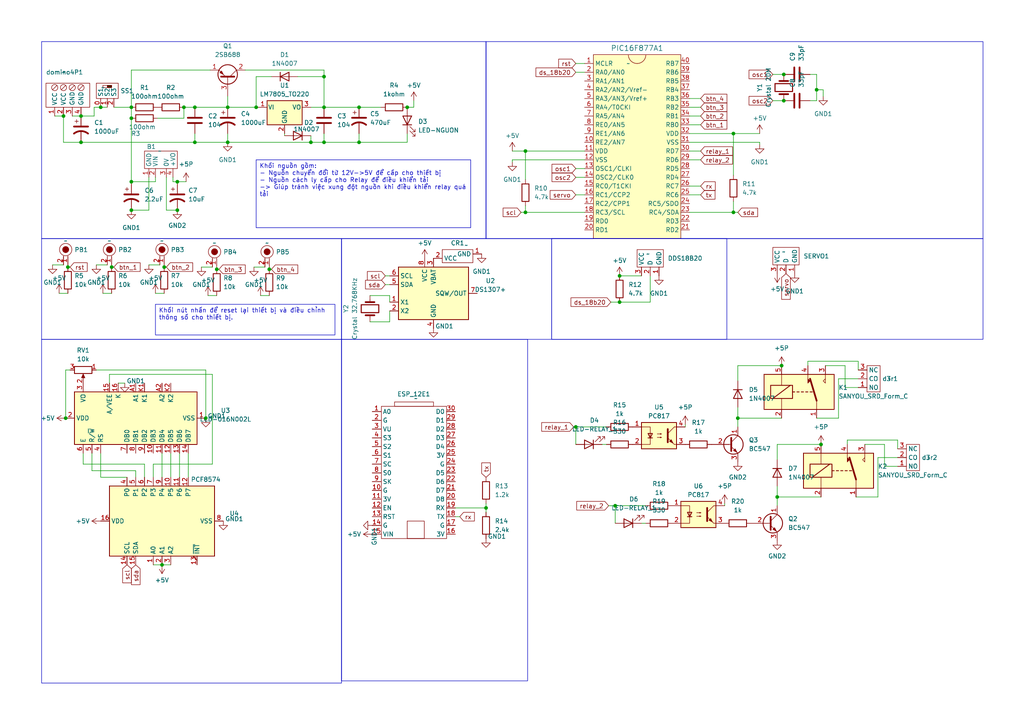
<source format=kicad_sch>
(kicad_sch (version 20230121) (generator eeschema)
  (paper "A4")
  (junction (at 53.34 31.115))
  (junction (at 66.04 41.275))
  (junction (at 56.515 31.115))
  (junction (at 118.11 31.115))
  (junction (at 227.33 21.59))
  (junction (at 93.98 22.225))
  (junction (at 238.125 128.905))
  (junction (at 104.14 31.115))
  (junction (at 32.385 77.47))
  (junction (at 152.4 43.815))
  (junction (at 236.855 26.035))
  (junction (at 93.98 31.115))
  (junction (at 38.1 52.705))
  (junction (at 59.69 121.285))
  (junction (at 227.33 29.21))
  (junction (at 19.05 121.285))
  (junction (at 213.995 121.285))
  (junction (at 38.1 34.29))
  (junction (at 179.705 87.63))
  (junction (at 74.295 31.115))
  (junction (at 18.415 33.655))
  (junction (at 178.435 146.685))
  (junction (at 29.21 31.115))
  (junction (at 140.97 147.32))
  (junction (at 78.105 78.105))
  (junction (at 93.98 41.275))
  (junction (at 90.17 41.275))
  (junction (at 66.04 31.115))
  (junction (at 23.495 33.655))
  (junction (at 51.435 52.705))
  (junction (at 152.4 61.595))
  (junction (at 225.425 144.145))
  (junction (at 23.495 41.275))
  (junction (at 179.705 80.01))
  (junction (at 167.005 123.825))
  (junction (at 226.695 106.045))
  (junction (at 38.1 60.96))
  (junction (at 51.435 60.96))
  (junction (at 46.99 163.83))
  (junction (at 56.515 41.275))
  (junction (at 19.685 77.47))
  (junction (at 47.625 77.47))
  (junction (at 62.865 78.105))
  (junction (at 212.725 61.595))
  (junction (at 38.1 31.115))
  (junction (at 104.14 41.275))
  (junction (at 212.725 38.735))
  (wire (pts (xy 33.02 31.115) (xy 38.1 31.115)))
  (wire (pts (xy 58.42 77.47) (xy 61.595 77.47)))
  (wire (pts (xy 140.97 146.05) (xy 140.97 147.32)))
  (wire (pts (xy 90.17 41.275) (xy 93.98 41.275)))
  (wire (pts (xy 213.995 106.045) (xy 213.995 110.49)))
  (wire (pts (xy 245.11 112.395) (xy 248.92 112.395)))
  (wire (pts (xy 62.865 78.105) (xy 63.5 78.105)))
  (wire (pts (xy 66.04 41.275) (xy 90.17 41.275)))
  (wire (pts (xy 50.165 52.705) (xy 51.435 52.705)))
  (wire (pts (xy 256.54 128.905) (xy 256.54 135.255)))
  (wire (pts (xy 46.99 131.445) (xy 46.99 138.43)))
  (wire (pts (xy 203.2 43.815) (xy 200.025 43.815)))
  (wire (pts (xy 200.025 31.115) (xy 203.2 31.115)))
  (wire (pts (xy 177.165 87.63) (xy 179.705 87.63)))
  (wire (pts (xy 43.18 60.96) (xy 38.1 60.96)))
  (wire (pts (xy 49.53 131.445) (xy 49.53 138.43)))
  (wire (pts (xy 167.005 20.955) (xy 169.545 20.955)))
  (wire (pts (xy 78.105 78.105) (xy 78.74 78.105)))
  (wire (pts (xy 38.1 20.32) (xy 38.1 31.115)))
  (wire (pts (xy 200.025 36.195) (xy 203.2 36.195)))
  (wire (pts (xy 41.91 134.62) (xy 24.13 134.62)))
  (wire (pts (xy 151.13 61.595) (xy 152.4 61.595)))
  (wire (pts (xy 73.66 77.47) (xy 76.835 77.47)))
  (wire (pts (xy 152.4 43.815) (xy 152.4 52.07)))
  (wire (pts (xy 19.685 77.47) (xy 20.32 77.47)))
  (wire (pts (xy 53.34 34.29) (xy 53.34 31.115)))
  (wire (pts (xy 188.595 80.01) (xy 188.595 87.63)))
  (wire (pts (xy 234.95 21.59) (xy 236.855 21.59)))
  (wire (pts (xy 148.59 43.815) (xy 152.4 43.815)))
  (wire (pts (xy 93.98 22.225) (xy 93.98 31.115)))
  (wire (pts (xy 53.975 52.705) (xy 51.435 52.705)))
  (wire (pts (xy 47.625 77.47) (xy 48.26 77.47)))
  (wire (pts (xy 178.435 151.765) (xy 178.435 146.685)))
  (wire (pts (xy 152.4 43.815) (xy 169.545 43.815)))
  (wire (pts (xy 113.03 90.17) (xy 113.03 93.345)))
  (wire (pts (xy 32.385 77.47) (xy 33.02 77.47)))
  (wire (pts (xy 54.61 131.445) (xy 54.61 138.43)))
  (wire (pts (xy 238.76 26.035) (xy 236.855 26.035)))
  (wire (pts (xy 178.435 146.685) (xy 187.325 146.685)))
  (wire (pts (xy 53.34 31.115) (xy 56.515 31.115)))
  (wire (pts (xy 198.755 123.19) (xy 198.755 123.825)))
  (wire (pts (xy 213.995 121.285) (xy 213.995 118.11)))
  (wire (pts (xy 188.595 87.63) (xy 179.705 87.63)))
  (wire (pts (xy 60.325 85.725) (xy 62.865 85.725)))
  (wire (pts (xy 245.11 106.045) (xy 245.11 112.395)))
  (wire (pts (xy 93.98 38.735) (xy 93.98 41.275)))
  (wire (pts (xy 71.12 20.32) (xy 93.98 20.32)))
  (wire (pts (xy 213.995 121.285) (xy 213.995 123.825)))
  (wire (pts (xy 226.695 121.285) (xy 213.995 121.285)))
  (wire (pts (xy 200.025 41.275) (xy 220.345 41.275)))
  (wire (pts (xy 66.04 27.94) (xy 66.04 31.115)))
  (wire (pts (xy 226.695 106.045) (xy 213.995 106.045)))
  (wire (pts (xy 36.83 138.43) (xy 29.21 138.43)))
  (wire (pts (xy 238.76 27.94) (xy 238.76 26.035)))
  (wire (pts (xy 82.55 38.735) (xy 82.55 39.37)))
  (wire (pts (xy 60.96 20.32) (xy 38.1 20.32)))
  (wire (pts (xy 20.32 107.315) (xy 19.05 107.315)))
  (wire (pts (xy 66.04 31.115) (xy 74.295 31.115)))
  (wire (pts (xy 48.26 60.96) (xy 51.435 60.96)))
  (wire (pts (xy 212.725 38.735) (xy 212.725 50.8)))
  (wire (pts (xy 56.515 38.735) (xy 56.515 41.275)))
  (wire (pts (xy 243.205 109.855) (xy 243.205 121.285)))
  (wire (pts (xy 38.1 34.29) (xy 38.1 52.705)))
  (wire (pts (xy 47.625 77.47) (xy 47.625 76.835)))
  (wire (pts (xy 245.745 128.905) (xy 245.745 127.635)))
  (wire (pts (xy 212.725 61.595) (xy 213.995 61.595)))
  (wire (pts (xy 236.855 26.035) (xy 236.855 29.21)))
  (wire (pts (xy 90.17 31.115) (xy 93.98 31.115)))
  (wire (pts (xy 23.495 41.275) (xy 56.515 41.275)))
  (wire (pts (xy 43.18 76.835) (xy 46.355 76.835)))
  (wire (pts (xy 200.025 38.735) (xy 212.725 38.735)))
  (wire (pts (xy 19.685 77.47) (xy 19.685 76.835)))
  (wire (pts (xy 260.35 127.635) (xy 260.35 130.175)))
  (wire (pts (xy 200.025 28.575) (xy 203.2 28.575)))
  (wire (pts (xy 44.45 163.83) (xy 46.99 163.83)))
  (wire (pts (xy 148.59 46.355) (xy 148.59 46.99)))
  (wire (pts (xy 45.72 34.29) (xy 53.34 34.29)))
  (wire (pts (xy 44.45 134.62) (xy 61.595 134.62)))
  (wire (pts (xy 51.435 52.705) (xy 51.435 53.34)))
  (wire (pts (xy 27.94 107.315) (xy 59.69 107.315)))
  (wire (pts (xy 210.185 146.05) (xy 210.185 146.685)))
  (wire (pts (xy 118.11 41.275) (xy 104.14 41.275)))
  (wire (pts (xy 239.395 106.045) (xy 245.11 106.045)))
  (wire (pts (xy 20.955 33.655) (xy 23.495 33.655)))
  (wire (pts (xy 27.94 76.835) (xy 31.115 76.835)))
  (wire (pts (xy 256.54 135.255) (xy 260.35 135.255)))
  (wire (pts (xy 45.085 52.705) (xy 38.1 52.705)))
  (wire (pts (xy 118.11 38.735) (xy 118.11 41.275)))
  (wire (pts (xy 200.025 61.595) (xy 212.725 61.595)))
  (wire (pts (xy 133.35 149.86) (xy 132.08 149.86)))
  (wire (pts (xy 236.855 21.59) (xy 236.855 26.035)))
  (wire (pts (xy 78.105 78.105) (xy 78.105 77.47)))
  (wire (pts (xy 104.14 31.115) (xy 110.49 31.115)))
  (wire (pts (xy 39.37 138.43) (xy 39.37 136.525)))
  (wire (pts (xy 29.845 85.09) (xy 32.385 85.09)))
  (wire (pts (xy 74.295 31.115) (xy 74.93 31.115)))
  (wire (pts (xy 167.005 56.515) (xy 169.545 56.515)))
  (wire (pts (xy 169.545 46.355) (xy 148.59 46.355)))
  (wire (pts (xy 200.025 56.515) (xy 203.2 56.515)))
  (wire (pts (xy 43.18 51.435) (xy 43.18 60.96)))
  (wire (pts (xy 248.92 104.775) (xy 248.92 107.315)))
  (wire (pts (xy 78.74 22.225) (xy 74.295 22.225)))
  (wire (pts (xy 167.005 48.895) (xy 169.545 48.895)))
  (wire (pts (xy 50.165 52.705) (xy 50.165 51.435)))
  (wire (pts (xy 19.05 107.315) (xy 19.05 121.285)))
  (wire (pts (xy 59.69 107.315) (xy 59.69 121.285)))
  (wire (pts (xy 75.565 85.725) (xy 78.105 85.725)))
  (wire (pts (xy 15.875 33.655) (xy 18.415 33.655)))
  (wire (pts (xy 254.635 132.715) (xy 254.635 144.145)))
  (wire (pts (xy 23.495 33.655) (xy 27.305 33.655)))
  (wire (pts (xy 176.53 146.685) (xy 178.435 146.685)))
  (wire (pts (xy 224.155 21.59) (xy 227.33 21.59)))
  (wire (pts (xy 62.865 78.105) (xy 62.865 77.47)))
  (wire (pts (xy 248.285 144.145) (xy 254.635 144.145)))
  (wire (pts (xy 38.1 31.115) (xy 38.1 34.29)))
  (wire (pts (xy 29.21 31.115) (xy 31.115 31.115)))
  (wire (pts (xy 66.04 41.275) (xy 56.515 41.275)))
  (wire (pts (xy 167.005 18.415) (xy 169.545 18.415)))
  (wire (pts (xy 225.425 128.905) (xy 225.425 133.35)))
  (wire (pts (xy 26.67 131.445) (xy 26.67 136.525)))
  (wire (pts (xy 167.005 128.905) (xy 167.005 123.825)))
  (wire (pts (xy 200.025 33.655) (xy 203.2 33.655)))
  (wire (pts (xy 61.595 108.585) (xy 61.595 134.62)))
  (wire (pts (xy 27.305 33.655) (xy 27.305 31.115)))
  (wire (pts (xy 234.315 106.045) (xy 234.315 104.775)))
  (wire (pts (xy 113.03 87.63) (xy 113.03 85.725)))
  (wire (pts (xy 225.425 144.145) (xy 225.425 140.97)))
  (wire (pts (xy 166.37 123.825) (xy 167.005 123.825)))
  (wire (pts (xy 27.305 31.115) (xy 29.21 31.115)))
  (wire (pts (xy 212.725 58.42) (xy 212.725 61.595)))
  (wire (pts (xy 24.13 134.62) (xy 24.13 131.445)))
  (wire (pts (xy 220.345 41.275) (xy 220.345 41.91)))
  (wire (pts (xy 45.085 51.435) (xy 45.085 52.705)))
  (wire (pts (xy 41.91 138.43) (xy 41.91 134.62)))
  (wire (pts (xy 48.26 51.435) (xy 48.26 60.96)))
  (wire (pts (xy 238.125 128.905) (xy 225.425 128.905)))
  (wire (pts (xy 212.725 38.735) (xy 220.345 38.735)))
  (wire (pts (xy 39.37 136.525) (xy 26.67 136.525)))
  (wire (pts (xy 152.4 59.69) (xy 152.4 61.595)))
  (wire (pts (xy 203.2 46.355) (xy 200.025 46.355)))
  (wire (pts (xy 93.98 41.275) (xy 104.14 41.275)))
  (wire (pts (xy 140.97 147.32) (xy 140.97 148.59)))
  (wire (pts (xy 29.21 138.43) (xy 29.21 131.445)))
  (wire (pts (xy 66.04 38.735) (xy 66.04 41.275)))
  (wire (pts (xy 56.515 31.115) (xy 66.04 31.115)))
  (wire (pts (xy 61.595 108.585) (xy 31.75 108.585)))
  (wire (pts (xy 32.385 77.47) (xy 32.385 76.835)))
  (wire (pts (xy 18.415 41.275) (xy 23.495 41.275)))
  (wire (pts (xy 225.425 144.145) (xy 225.425 146.685)))
  (wire (pts (xy 17.145 85.09) (xy 19.685 85.09)))
  (wire (pts (xy 46.99 163.83) (xy 49.53 163.83)))
  (wire (pts (xy 234.95 29.21) (xy 236.855 29.21)))
  (wire (pts (xy 44.45 138.43) (xy 44.45 134.62)))
  (wire (pts (xy 34.29 111.125) (xy 36.195 111.125)))
  (wire (pts (xy 93.98 31.115) (xy 104.14 31.115)))
  (wire (pts (xy 107.315 85.725) (xy 113.03 85.725)))
  (wire (pts (xy 52.07 131.445) (xy 52.07 138.43)))
  (wire (pts (xy 120.015 31.115) (xy 118.11 31.115)))
  (wire (pts (xy 245.745 127.635) (xy 260.35 127.635)))
  (wire (pts (xy 93.98 20.32) (xy 93.98 22.225)))
  (wire (pts (xy 224.155 29.21) (xy 227.33 29.21)))
  (wire (pts (xy 243.205 109.855) (xy 248.92 109.855)))
  (wire (pts (xy 236.855 121.285) (xy 243.205 121.285)))
  (wire (pts (xy 45.085 85.09) (xy 47.625 85.09)))
  (wire (pts (xy 167.005 123.825) (xy 175.895 123.825)))
  (wire (pts (xy 15.24 76.835) (xy 18.415 76.835)))
  (wire (pts (xy 186.055 80.01) (xy 179.705 80.01)))
  (wire (pts (xy 38.1 52.705) (xy 38.1 53.34)))
  (wire (pts (xy 74.295 22.225) (xy 74.295 31.115)))
  (wire (pts (xy 111.76 82.55) (xy 113.03 82.55)))
  (wire (pts (xy 86.36 22.225) (xy 93.98 22.225)))
  (wire (pts (xy 107.315 93.345) (xy 113.03 93.345)))
  (wire (pts (xy 254.635 132.715) (xy 260.35 132.715)))
  (wire (pts (xy 31.75 108.585) (xy 31.75 111.125)))
  (wire (pts (xy 90.17 39.37) (xy 90.17 41.275)))
  (wire (pts (xy 18.415 33.655) (xy 18.415 41.275)))
  (wire (pts (xy 238.125 144.145) (xy 225.425 144.145)))
  (wire (pts (xy 186.055 151.765) (xy 187.325 151.765)))
  (wire (pts (xy 120.015 29.21) (xy 120.015 31.115)))
  (wire (pts (xy 152.4 61.595) (xy 169.545 61.595)))
  (wire (pts (xy 174.625 128.905) (xy 175.895 128.905)))
  (wire (pts (xy 104.14 38.735) (xy 104.14 41.275)))
  (wire (pts (xy 132.08 147.32) (xy 140.97 147.32)))
  (wire (pts (xy 234.315 104.775) (xy 248.92 104.775)))
  (wire (pts (xy 250.825 128.905) (xy 256.54 128.905)))
  (wire (pts (xy 200.025 53.975) (xy 203.2 53.975)))
  (wire (pts (xy 167.005 51.435) (xy 169.545 51.435)))
  (wire (pts (xy 111.76 80.01) (xy 113.03 80.01)))
  (rectangle (start 99.06 69.215) (end 160.02 98.425))
  (rectangle (start 12.065 12.065) (end 140.97 69.215))
  (rectangle (start 160.02 69.215) (end 210.82 98.425))
  (rectangle (start 140.97 12.065) (end 285.115 69.215))
  (rectangle (start 99.06 98.425) (end 153.035 197.485))
  (rectangle (start 12.065 98.425) (end 99.06 198.12))
  (rectangle (start 12.065 69.215) (end 99.06 98.425))
  (rectangle (start 160.02 69.215) (end 285.115 98.425))
  (text_box "Khối nguồn gồm: \n- Nguồn chuyển đổi từ 12V->5V để cấp cho thiết bị\n- Nguồn cách ly cấp cho Relay để điều khiển tải	\n-> Giúp tránh việc xung đột nguồn khi điều khiển relay quá tải				" (at 74.295 46.355 0) (size 62.23 19.685) (effects (font (size 1.27 1.27)) (justify left top)))
  (text_box "Khối nút nhấn để reset lại thiết bị và điều chỉnh thông số cho thiết bị." (at 45.085 88.265 0) (size 52.07 8.89) (effects (font (size 1.27 1.27)) (justify left top)))
  (global_label "btn_4" (shape input) (at 78.74 78.105 0) (property "Intersheetrefs" "${INTERSHEET_REFS}" (effects hide)))
  (global_label "scl" (shape input) (at 36.83 163.83 270) (property "Intersheetrefs" "${INTERSHEET_REFS}" (effects hide)))
  (global_label "rst" (shape input) (at 20.32 77.47 0) (property "Intersheetrefs" "${INTERSHEET_REFS}" (effects hide)))
  (global_label "ds_18b20" (shape input) (at 177.165 87.63 180) (property "Intersheetrefs" "${INTERSHEET_REFS}" (effects hide)))
  (global_label "relay_1" (shape input) (at 166.37 123.825 180) (property "Intersheetrefs" "${INTERSHEET_REFS}" (effects hide)))
  (global_label "servo" (shape input) (at 227.965 79.375 270) (property "Intersheetrefs" "${INTERSHEET_REFS}" (effects hide)))
  (global_label "scl" (shape input) (at 111.76 80.01 180) (property "Intersheetrefs" "${INTERSHEET_REFS}" (effects hide)))
  (global_label "relay_2" (shape input) (at 176.53 146.685 180) (property "Intersheetrefs" "${INTERSHEET_REFS}" (effects hide)))
  (global_label "rst" (shape input) (at 167.005 18.415 180) (property "Intersheetrefs" "${INTERSHEET_REFS}" (effects hide)))
  (global_label "osc1" (shape input) (at 167.005 48.895 180) (property "Intersheetrefs" "${INTERSHEET_REFS}" (effects hide)))
  (global_label "btn_3" (shape input) (at 203.2 31.115 0) (property "Intersheetrefs" "${INTERSHEET_REFS}" (effects hide)))
  (global_label "btn_1" (shape input) (at 33.02 77.47 0) (property "Intersheetrefs" "${INTERSHEET_REFS}" (effects hide)))
  (global_label "relay_2" (shape input) (at 203.2 46.355 0) (property "Intersheetrefs" "${INTERSHEET_REFS}" (effects hide)))
  (global_label "ds_18b20" (shape input) (at 167.005 20.955 180) (property "Intersheetrefs" "${INTERSHEET_REFS}" (effects hide)))
  (global_label "sda" (shape input) (at 111.76 82.55 180) (property "Intersheetrefs" "${INTERSHEET_REFS}" (effects hide)))
  (global_label "scl" (shape input) (at 151.13 61.595 180) (property "Intersheetrefs" "${INTERSHEET_REFS}" (effects hide)))
  (global_label "btn_3" (shape input) (at 63.5 78.105 0) (property "Intersheetrefs" "${INTERSHEET_REFS}" (effects hide)))
  (global_label "osc2" (shape input) (at 224.155 29.21 180) (property "Intersheetrefs" "${INTERSHEET_REFS}" (effects hide)))
  (global_label "btn_2" (shape input) (at 203.2 33.655 0) (property "Intersheetrefs" "${INTERSHEET_REFS}" (effects hide)))
  (global_label "osc1" (shape input) (at 224.155 21.59 180) (property "Intersheetrefs" "${INTERSHEET_REFS}" (effects hide)))
  (global_label "btn_2" (shape input) (at 48.26 77.47 0) (property "Intersheetrefs" "${INTERSHEET_REFS}" (effects hide)))
  (global_label "tx" (shape input) (at 203.2 56.515 0) (property "Intersheetrefs" "${INTERSHEET_REFS}" (effects hide)))
  (global_label "btn_1" (shape input) (at 203.2 36.195 0) (property "Intersheetrefs" "${INTERSHEET_REFS}" (effects hide)))
  (global_label "tx" (shape input) (at 140.97 138.43 90) (property "Intersheetrefs" "${INTERSHEET_REFS}" (effects hide)))
  (global_label "servo" (shape input) (at 167.005 56.515 180) (property "Intersheetrefs" "${INTERSHEET_REFS}" (effects hide)))
  (global_label "sda" (shape input) (at 213.995 61.595 0) (property "Intersheetrefs" "${INTERSHEET_REFS}" (effects hide)))
  (global_label "btn_4" (shape input) (at 203.2 28.575 0) (property "Intersheetrefs" "${INTERSHEET_REFS}" (effects hide)))
  (global_label "rx" (shape input) (at 133.35 149.86 0) (property "Intersheetrefs" "${INTERSHEET_REFS}" (effects hide)))
  (global_label "osc2" (shape input) (at 167.005 51.435 180) (property "Intersheetrefs" "${INTERSHEET_REFS}" (effects hide)))
  (global_label "rx" (shape input) (at 203.2 53.975 0) (property "Intersheetrefs" "${INTERSHEET_REFS}" (effects hide)))
  (global_label "relay_1" (shape input) (at 203.2 43.815 0) (property "Intersheetrefs" "${INTERSHEET_REFS}" (effects hide)))
  (global_label "sda" (shape input) (at 39.37 163.83 270) (property "Intersheetrefs" "${INTERSHEET_REFS}" (effects hide)))
  (symbol (lib_id "power:GND2") (at 213.995 133.985 0) (unit 1)
    (property "Reference" "#PWR038" (effects hide))
    (property "Value" "GND2" (at 213.995 138.43 0))
  )
  (symbol (lib_id "Transistor_BJT:BC547") (at 222.885 151.765 0) (unit 1)
    (property "Reference" "Q2" (at 228.6 150.495 0) (effects (justify left)))
    (property "Value" "BC547" (at 228.6 153.035 0) (effects (justify left)))
    (property "Footprint" "Package_TO_SOT_THT:TO-92_Inline" (effects hide))
    (property "Datasheet" "https://www.onsemi.com/pub/Collateral/BC550-D.pdf" (effects hide))
  )
  (symbol (lib_id "Isolator:PC817") (at 191.135 126.365 0) (unit 1)
    (property "Reference" "U5" (at 191.135 118.11 0))
    (property "Value" "PC817" (at 191.135 120.65 0))
    (property "Footprint" "Package_DIP:DIP-4_W7.62mm" (effects hide))
    (property "Datasheet" "http://www.soselectronic.cz/a_info/resource/d/pc817.pdf" (effects hide))
  )
  (symbol (lib_id "power:GND1") (at 220.345 41.91 0) (unit 1)
    (property "Reference" "#PWR019" (effects hide))
    (property "Value" "GND1" (at 220.345 46.99 0))
  )
  (symbol (lib_id "library_thuan:domino_3pin") (at 187.96 73.66 0) (unit 1)
    (property "Reference" "DDS18B20" (at 193.675 74.93 0) (effects (justify left)))
    (property "Value" "~" (at 187.96 73.66 0))
    (property "Footprint" "library_thuan_footprint:DOMINO_3" (effects hide))
    (property "Datasheet" "https://www.thegioiic.com/kf120-3-v-domino-3-chan-thang-2-54mm-han-150v-6a-pcb" (effects hide))
  )
  (symbol (lib_id "Device:R") (at 179.705 83.82 0) (unit 1)
    (property "Reference" "R12" (at 182.245 82.55 0) (effects (justify left)))
    (property "Value" "4.7k" (at 182.245 85.09 0) (effects (justify left)))
    (property "Footprint" "library_thuan_footprint:RES_DEFAULT" (effects hide))
    (property "Datasheet" "https://www.thegioiic.com/dien-tro-4-7-kohm-1-4w-1-5-vong-mau" (effects hide))
  )
  (symbol (lib_id "library_thuan:domino_4pin") (at 18.415 20.955 0) (unit 1)
    (property "Reference" "domino4P1" (at 13.335 20.955 0) (effects (justify left)))
    (property "Value" "~" (at 18.415 20.955 0))
    (property "Footprint" "library_thuan_footprint:DOMINO_4" (effects hide))
    (property "Datasheet" "https://www.thegioiic.com/kf120-4-v-domino-4-chan-thang-2-54mm-150v-6a-han-pcb" (effects hide))
  )
  (symbol (lib_id "Transistor_BJT:2SB631") (at 66.04 22.86 270) (mirror x) (unit 1)
    (property "Reference" "Q1" (at 66.04 13.335 90))
    (property "Value" "2SB688" (at 66.04 15.875 90))
    (property "Footprint" "Package_TO_SOT_THT:TO-218-3_Vertical" (effects hide))
    (property "Datasheet" "https://www.thegioiic.com/2sb688-transistor-pnp-120v-8a-3-chan-sot-93" (effects hide))
  )
  (symbol (lib_id "power:GND2") (at 225.425 156.845 0) (unit 1)
    (property "Reference" "#PWR041" (effects hide))
    (property "Value" "GND2" (at 225.425 161.29 0))
  )
  (symbol (lib_id "Regulator_Linear:LM7805_TO220") (at 82.55 31.115 0) (unit 1)
    (property "Reference" "U1" (at 82.55 24.765 0))
    (property "Value" "LM7805_TO220" (at 82.55 27.305 0))
    (property "Footprint" "Package_TO_SOT_THT:TO-220-3_Vertical" (effects hide))
    (property "Datasheet" "https://www.thegioiic.com/l7805cv-ic-on-ap-5v-1-5a" (effects hide))
  )
  (symbol (lib_id "Device:LED") (at 118.11 34.925 90) (unit 1)
    (property "Reference" "D3" (at 121.285 35.2425 90) (effects (justify right)))
    (property "Value" "LED-NGUON" (at 121.285 37.7825 90) (effects (justify right)))
    (property "Footprint" "library_thuan_footprint:LED_5MM" (effects hide))
    (property "Datasheet" "https://www.thegioiic.com/led-xanh-duong-5mm-chan-dai" (effects hide))
  )
  (symbol (lib_id "power:GND1") (at 64.77 151.13 0) (unit 1)
    (property "Reference" "#PWR031" (effects hide))
    (property "Value" "GND1" (at 67.945 150.495 0))
  )
  (symbol (lib_id "library_thuan:switch_slider") (at 33.655 26.035 0) (unit 1)
    (property "Reference" "SS1" (at 34.925 26.3525 0) (effects (justify left)))
    (property "Value" "~" (at 29.845 25.4 0))
    (property "Footprint" "library_thuan_footprint:SWITCH_SLIDER" (effects hide))
    (property "Datasheet" "https://www.thegioiic.com/ss-12f23g4-cong-tac-truot-5-chan-xuyen-lo-on-off-chinh-ngang-1p2t-2a" (effects hide))
  )
  (symbol (lib_id "library_thuan:push_button") (at 77.47 70.485 0) (unit 1)
    (property "Reference" "PB5" (at 80.01 73.0794 0) (effects (justify left)))
    (property "Value" "~" (at 77.47 70.485 0))
    (property "Footprint" "library_thuan_footprint:push_button" (effects hide))
    (property "Datasheet" "https://www.thegioiic.com/nut-nhan-d5-cao-5mm-2-chan-tron-xuyen-lo" (effects hide))
  )
  (symbol (lib_id "Device:R") (at 41.91 31.115 90) (unit 1)
    (property "Reference" "R1" (at 41.91 25.4 90))
    (property "Value" "100ohm" (at 41.91 27.94 90))
    (property "Footprint" "library_thuan_footprint:RES_1ohm_1w" (effects hide))
    (property "Datasheet" "https://www.thegioiic.com/dien-tro-1-ohm-1w-5-4-vong-mau" (effects hide))
  )
  (symbol (lib_id "power:GND1") (at 191.135 80.01 0) (unit 1)
    (property "Reference" "#PWR025" (effects hide))
    (property "Value" "GND1" (at 191.135 85.09 0))
  )
  (symbol (lib_id "Device:D") (at 225.425 137.16 270) (unit 1)
    (property "Reference" "D7" (at 228.6 135.89 90) (effects (justify left)))
    (property "Value" "1N4007" (at 228.6 138.43 90) (effects (justify left)))
    (property "Footprint" "library_thuan_footprint:1N4007" (effects hide))
    (property "Datasheet" "https://www.thegioiic.com/1n4007-diode-chinh-luu-1a-1kv" (effects hide))
    (property "Sim.Device" "D" (effects hide))
    (property "Sim.Pins" "1=K 2=A" (effects hide))
  )
  (symbol (lib_id "library_thuan:ESP8266") (at 120.65 115.57 0) (unit 1)
    (property "Reference" "ESP_12E1" (at 120.015 114.3 0))
    (property "Value" "~" (at 120.65 115.57 0))
    (property "Footprint" "library_thuan_footprint:ESP8266_12E" (effects hide))
    (property "Datasheet" "https://www.thegioiic.com/lua-esp8266-nodemcu-v3-ch340-wifi-module-iot" (effects hide))
  )
  (symbol (lib_id "power:GND1") (at 140.97 156.21 0) (unit 1)
    (property "Reference" "#PWR034" (effects hide))
    (property "Value" "GND1" (at 144.145 155.575 0))
  )
  (symbol (lib_id "Device:R") (at 179.705 123.825 90) (unit 1)
    (property "Reference" "R15" (at 179.705 117.475 90))
    (property "Value" "1k" (at 179.705 120.015 90))
    (property "Footprint" "library_thuan_footprint:RES_DEFAULT" (effects hide))
    (property "Datasheet" "https://www.thegioiic.com/dien-tro-4-7-kohm-1-4w-1-5-vong-mau" (effects hide))
  )
  (symbol (lib_id "power:GND1") (at 36.195 111.125 0) (unit 1)
    (property "Reference" "#PWR033" (effects hide))
    (property "Value" "GND1" (at 39.37 110.49 0))
  )
  (symbol (lib_id "Device:R") (at 202.565 128.905 90) (unit 1)
    (property "Reference" "R17" (at 202.565 122.555 90))
    (property "Value" "1k" (at 202.565 125.095 90))
    (property "Footprint" "library_thuan_footprint:RES_DEFAULT" (effects hide))
    (property "Datasheet" "https://www.thegioiic.com/dien-tro-4-7-kohm-1-4w-1-5-vong-mau" (effects hide))
  )
  (symbol (lib_id "Isolator:PC817") (at 202.565 149.225 0) (unit 1)
    (property "Reference" "U6" (at 202.565 140.97 0))
    (property "Value" "PC817" (at 202.565 143.51 0))
    (property "Footprint" "Package_DIP:DIP-4_W7.62mm" (effects hide))
    (property "Datasheet" "http://www.soselectronic.cz/a_info/resource/d/pc817.pdf" (effects hide))
  )
  (symbol (lib_id "library_thuan:push_button") (at 31.75 69.85 0) (unit 1)
    (property "Reference" "PB2" (at 34.29 72.4444 0) (effects (justify left)))
    (property "Value" "~" (at 31.75 69.85 0))
    (property "Footprint" "library_thuan_footprint:push_button" (effects hide))
    (property "Datasheet" "https://www.thegioiic.com/nut-nhan-d5-cao-5mm-2-chan-tron-xuyen-lo" (effects hide))
  )
  (symbol (lib_id "Timer_RTC:DS1307+") (at 125.73 85.09 0) (unit 1)
    (property "Reference" "U2" (at 142.24 81.4421 0))
    (property "Value" "DS1307+" (at 142.24 83.9821 0))
    (property "Footprint" "Package_DIP:DIP-8_W7.62mm" (effects hide))
    (property "Datasheet" "https://datasheets.maximintegrated.com/en/ds/DS1307.pdf" (effects hide))
  )
  (symbol (lib_id "library_thuan:pic16f877a") (at 179.705 18.415 0) (unit 1)
    (property "Reference" "PIC16F877A1" (at 184.785 13.97 0) (effects (font (size 1.52 1.52))))
    (property "Value" "~" (at 182.245 18.415 0))
    (property "Footprint" "library_thuan_footprint:PIC_16F877A" (effects hide))
    (property "Datasheet" "https://www.thegioiic.com/de-ic-40-chan-vuong-hai-hang-2-54mm-1a-60vac" (effects hide))
  )
  (symbol (lib_id "power:GND1") (at 125.73 95.25 0) (unit 1)
    (property "Reference" "#PWR021" (effects hide))
    (property "Value" "GND1" (at 128.905 94.615 0))
  )
  (symbol (lib_id "power:+5V") (at 19.05 121.285 90) (unit 1)
    (property "Reference" "#PWR028" (effects hide))
    (property "Value" "+5V" (at 15.875 121.285 90) (effects (justify left)))
  )
  (symbol (lib_id "power:GND1") (at 139.7 73.66 0) (unit 1)
    (property "Reference" "#PWR023" (effects hide))
    (property "Value" "GND1" (at 139.7 78.74 0))
  )
  (symbol (lib_id "Relay:SANYOU_SRD_Form_C") (at 231.775 113.665 0) (unit 1)
    (property "Reference" "K1" (at 243.205 112.395 0) (effects (justify left)))
    (property "Value" "SANYOU_SRD_Form_C" (at 243.205 114.935 0) (effects (justify left)))
    (property "Footprint" "Relay_THT:Relay_SPDT_SANYOU_SRD_Series_Form_C" (effects hide))
    (property "Datasheet" "http://www.sanyourelay.ca/public/products/pdf/SRD.pdf" (effects hide))
  )
  (symbol (lib_id "Transistor_BJT:BC547") (at 211.455 128.905 0) (unit 1)
    (property "Reference" "Q3" (at 217.17 127.635 0) (effects (justify left)))
    (property "Value" "BC547" (at 217.17 130.175 0) (effects (justify left)))
    (property "Footprint" "Package_TO_SOT_THT:TO-92_Inline" (effects hide))
    (property "Datasheet" "https://www.onsemi.com/pub/Collateral/BC550-D.pdf" (effects hide))
  )
  (symbol (lib_id "Device:R") (at 62.865 81.915 0) (unit 1)
    (property "Reference" "R8" (at 64.77 80.645 0) (effects (justify left)))
    (property "Value" "10k" (at 64.77 83.185 0) (effects (justify left)))
    (property "Footprint" "library_thuan_footprint:RES_DEFAULT" (effects hide))
    (property "Datasheet" "https://www.thegioiic.com/dien-tro-10-kohm-1-4w-1-5-vong-mau" (effects hide))
  )
  (symbol (lib_id "Device:C_Polarized_US") (at 66.04 34.925 0) (unit 1)
    (property "Reference" "C4" (at 69.85 33.02 0) (effects (justify left)))
    (property "Value" "1000uF" (at 69.85 35.56 0) (effects (justify left)))
    (property "Footprint" "library_thuan_footprint:CAP_1000uF" (effects hide))
    (property "Datasheet" "https://www.thegioiic.com/tu-hoa-1000uf-25v-10x17mm-xuyen-lo" (effects hide))
  )
  (symbol (lib_id "Device:R") (at 213.995 151.765 90) (unit 1)
    (property "Reference" "R20" (at 213.995 145.415 90))
    (property "Value" "1k" (at 213.995 147.955 90))
    (property "Footprint" "library_thuan_footprint:RES_DEFAULT" (effects hide))
    (property "Datasheet" "https://www.thegioiic.com/dien-tro-4-7-kohm-1-4w-1-5-vong-mau" (effects hide))
  )
  (symbol (lib_id "library_thuan:domino_3_relay") (at 269.24 132.715 270) (unit 1)
    (property "Reference" "d3r2" (at 267.335 132.715 90) (effects (justify left)))
    (property "Value" "~" (at 269.24 132.715 0))
    (property "Footprint" "library_thuan_footprint:DOMINO_3" (effects hide))
    (property "Datasheet" "https://www.thegioiic.com/kf120-3-v-domino-3-chan-thang-2-54mm-han-150v-6a-pcb" (effects hide))
  )
  (symbol (lib_id "Device:R") (at 191.135 151.765 90) (unit 1)
    (property "Reference" "R19" (at 191.135 145.415 90))
    (property "Value" "330" (at 191.135 147.955 90))
    (property "Footprint" "library_thuan_footprint:RES_DEFAULT" (effects hide))
    (property "Datasheet" "https://www.thegioiic.com/dien-tro-330-kohm-1-4w-5-4-vong-mau" (effects hide))
  )
  (symbol (lib_id "power:+5P") (at 210.185 146.05 0) (unit 1)
    (property "Reference" "#PWR039" (effects hide))
    (property "Value" "+5P" (at 210.185 140.97 0))
  )
  (symbol (lib_id "power:+5V") (at 46.99 163.83 180) (unit 1)
    (property "Reference" "#PWR032" (effects hide))
    (property "Value" "+5V" (at 46.99 168.275 0))
  )
  (symbol (lib_id "library_thuan:push_button") (at 46.99 69.85 0) (unit 1)
    (property "Reference" "PB3" (at 49.53 72.4444 0) (effects (justify left)))
    (property "Value" "~" (at 46.99 69.85 0))
    (property "Footprint" "library_thuan_footprint:push_button" (effects hide))
    (property "Datasheet" "https://www.thegioiic.com/nut-nhan-d5-cao-5mm-2-chan-tron-xuyen-lo" (effects hide))
  )
  (symbol (lib_id "Interface_Expansion:PCF8574") (at 46.99 151.13 90) (unit 1)
    (property "Reference" "U4" (at 67.945 148.9141 90))
    (property "Value" "PCF8574" (at 59.69 139.065 90))
    (property "Footprint" "library_thuan_footprint:PCF8574" (effects hide))
    (property "Datasheet" "https://www.thegioiic.com/pcf8574ap-112-ic-i-o-expander-100khz-16-dip" (effects hide))
  )
  (symbol (lib_id "power:GND2") (at 51.435 60.96 0) (unit 1)
    (property "Reference" "#PWR06" (effects hide))
    (property "Value" "GND2" (at 51.435 65.405 0))
  )
  (symbol (lib_id "Device:R") (at 140.97 142.24 0) (unit 1)
    (property "Reference" "R13" (at 143.51 140.97 0) (effects (justify left)))
    (property "Value" "1.2k" (at 143.51 143.51 0) (effects (justify left)))
    (property "Footprint" "library_thuan_footprint:RES_DEFAULT" (effects hide))
    (property "Datasheet" "https://www.thegioiic.com/dien-tro-1-2-kohm-1-4w-5-4-vong-mau" (effects hide))
  )
  (symbol (lib_id "power:GND1") (at 43.18 76.835 0) (unit 1)
    (property "Reference" "#PWR010" (effects hide))
    (property "Value" "GND1" (at 43.18 81.915 0))
  )
  (symbol (lib_id "power:+5V") (at 107.95 154.94 90) (unit 1)
    (property "Reference" "#PWR035" (effects hide))
    (property "Value" "+5V" (at 104.775 154.94 90) (effects (justify left)))
  )
  (symbol (lib_id "power:+5P") (at 198.755 123.19 0) (unit 1)
    (property "Reference" "#PWR037" (effects hide))
    (property "Value" "+5P" (at 198.755 118.11 0))
  )
  (symbol (lib_id "library_thuan:B1205S-1WR3") (at 46.355 43.815 0) (unit 1)
    (property "Reference" "B1" (at 42.545 42.545 0) (effects (justify left)))
    (property "Value" "~" (at 46.355 43.815 0))
    (property "Footprint" "library_thuan_footprint:B1205S-1WR3_12_5V" (effects hide))
    (property "Datasheet" "https://www.thegioiic.com/b1205s-1wr3-chuyen-doi-dc-dc-vao-12v-ra-5v-1w" (effects hide))
  )
  (symbol (lib_id "power:+5P") (at 238.125 128.905 0) (unit 1)
    (property "Reference" "#PWR042" (effects hide))
    (property "Value" "+5P" (at 238.125 123.825 0))
  )
  (symbol (lib_id "library_thuan:domino_3_relay") (at 257.81 109.855 270) (unit 1)
    (property "Reference" "d3r1" (at 255.905 109.855 90) (effects (justify left)))
    (property "Value" "~" (at 257.81 109.855 0))
    (property "Footprint" "library_thuan_footprint:DOMINO_3" (effects hide))
    (property "Datasheet" "https://www.thegioiic.com/kf120-3-v-domino-3-chan-thang-2-54mm-han-150v-6a-pcb" (effects hide))
  )
  (symbol (lib_id "power:+5V") (at 75.565 85.725 0) (unit 1)
    (property "Reference" "#PWR015" (effects hide))
    (property "Value" "+5V" (at 75.565 81.28 0))
  )
  (symbol (lib_id "Device:C_Polarized_US") (at 51.435 57.15 0) (unit 1)
    (property "Reference" "C7" (at 54.61 55.245 0) (effects (justify left)))
    (property "Value" "10uF" (at 54.61 57.785 0) (effects (justify left)))
    (property "Footprint" "library_thuan_footprint:CAP_10uF" (effects hide))
    (property "Datasheet" "https://www.thegioiic.com/tu-hoa-10uf-16v-4x7mm-xuyen-lo" (effects hide))
  )
  (symbol (lib_id "Device:C_Polarized_US") (at 23.495 37.465 0) (unit 1)
    (property "Reference" "C1" (at 27.305 35.56 0) (effects (justify left)))
    (property "Value" "1000uF" (at 27.305 38.1 0) (effects (justify left)))
    (property "Footprint" "library_thuan_footprint:CAP_1000uF" (effects hide))
    (property "Datasheet" "https://www.thegioiic.com/tu-hoa-1000uf-25v-10x17mm-xuyen-lo" (effects hide))
  )
  (symbol (lib_id "power:+5V") (at 220.345 38.735 0) (unit 1)
    (property "Reference" "#PWR018" (effects hide))
    (property "Value" "+5V" (at 220.345 34.29 0))
  )
  (symbol (lib_id "power:GND1") (at 73.66 77.47 0) (unit 1)
    (property "Reference" "#PWR014" (effects hide))
    (property "Value" "GND1" (at 73.66 82.55 0))
  )
  (symbol (lib_id "Device:R") (at 114.3 31.115 90) (unit 1)
    (property "Reference" "R4" (at 114.3 24.765 90))
    (property "Value" "1kohm" (at 114.3 27.305 90))
    (property "Footprint" "library_thuan_footprint:RES_DEFAULT" (effects hide))
    (property "Datasheet" "https://www.thegioiic.com/dien-tro-1-kohm-1-4w-5-4-vong-mau" (effects hide))
  )
  (symbol (lib_id "Relay:SANYOU_SRD_Form_C") (at 243.205 136.525 0) (unit 1)
    (property "Reference" "K2" (at 254.635 135.255 0) (effects (justify left)))
    (property "Value" "SANYOU_SRD_Form_C" (at 254.635 137.795 0) (effects (justify left)))
    (property "Footprint" "Relay_THT:Relay_SPDT_SANYOU_SRD_Series_Form_C" (effects hide))
    (property "Datasheet" "http://www.sanyourelay.ca/public/products/pdf/SRD.pdf" (effects hide))
  )
  (symbol (lib_id "Device:R") (at 41.91 34.29 90) (unit 1)
    (property "Reference" "R3" (at 39.37 38.735 90))
    (property "Value" "100ohm" (at 41.275 36.83 90))
    (property "Footprint" "library_thuan_footprint:RES_1ohm_1w" (effects hide))
    (property "Datasheet" "https://www.thegioiic.com/dien-tro-1-ohm-1w-5-4-vong-mau" (effects hide))
  )
  (symbol (lib_id "power:+5P") (at 53.975 52.705 0) (unit 1)
    (property "Reference" "#PWR05" (effects hide))
    (property "Value" "+5P" (at 53.975 47.625 0))
  )
  (symbol (lib_id "power:+5V") (at 29.21 151.13 90) (unit 1)
    (property "Reference" "#PWR030" (effects hide))
    (property "Value" "+5V" (at 26.035 151.13 90) (effects (justify left)))
  )
  (symbol (lib_id "Device:C") (at 231.14 29.21 90) (unit 1)
    (property "Reference" "C8" (at 229.87 25.4 0) (effects (justify left)))
    (property "Value" "33pF" (at 232.41 25.4 0) (effects (justify left)))
    (property "Footprint" "library_thuan_footprint:CAP_104" (effects hide))
    (property "Datasheet" "https://www.thegioiic.com/tu-gom-tron-33pf-50v" (effects hide))
  )
  (symbol (lib_id "Device:C") (at 56.515 34.925 0) (unit 1)
    (property "Reference" "C2" (at 60.325 33.655 0) (effects (justify left)))
    (property "Value" "104" (at 60.325 36.195 0) (effects (justify left)))
    (property "Footprint" "library_thuan_footprint:CAP_104" (effects hide))
    (property "Datasheet" "https://www.thegioiic.com/tu-gom-tron-100nf-0-1uf-50v" (effects hide))
  )
  (symbol (lib_id "Device:Crystal") (at 227.33 25.4 90) (unit 1)
    (property "Reference" "Y1" (at 220.345 25.4 0))
    (property "Value" "Crystal 20M" (at 222.885 25.4 0))
    (property "Footprint" "library_thuan_footprint:crytal_20M" (effects hide))
    (property "Datasheet" "https://www.thegioiic.com/thach-anh-20mhz-2-chan-dip-hc49-s" (effects hide))
  )
  (symbol (lib_id "Device:R") (at 32.385 81.28 0) (unit 1)
    (property "Reference" "R6" (at 34.29 80.01 0) (effects (justify left)))
    (property "Value" "10k" (at 34.29 82.55 0) (effects (justify left)))
    (property "Footprint" "library_thuan_footprint:RES_DEFAULT" (effects hide))
    (property "Datasheet" "https://www.thegioiic.com/dien-tro-10-kohm-1-4w-1-5-vong-mau" (effects hide))
  )
  (symbol (lib_id "power:+5V") (at 123.19 74.93 0) (unit 1)
    (property "Reference" "#PWR022" (effects hide))
    (property "Value" "+5V" (at 123.19 70.485 0))
  )
  (symbol (lib_id "power:GND1") (at 107.95 152.4 270) (unit 1)
    (property "Reference" "#PWR036" (effects hide))
    (property "Value" "GND1" (at 108.585 155.575 0))
  )
  (symbol (lib_id "power:+5V") (at 179.705 80.01 0) (unit 1)
    (property "Reference" "#PWR024" (effects hide))
    (property "Value" "+5V" (at 179.705 75.565 0))
  )
  (symbol (lib_id "Device:R") (at 78.105 81.915 0) (unit 1)
    (property "Reference" "R9" (at 80.01 80.645 0) (effects (justify left)))
    (property "Value" "10k" (at 80.01 83.185 0) (effects (justify left)))
    (property "Footprint" "library_thuan_footprint:RES_DEFAULT" (effects hide))
    (property "Datasheet" "https://www.thegioiic.com/dien-tro-10-kohm-1-4w-1-5-vong-mau" (effects hide))
  )
  (symbol (lib_id "power:GND1") (at 238.76 27.94 0) (unit 1)
    (property "Reference" "#PWR020" (effects hide))
    (property "Value" "GND1" (at 238.76 33.02 0))
  )
  (symbol (lib_id "Device:R") (at 179.705 128.905 90) (unit 1)
    (property "Reference" "R16" (at 179.705 122.555 90))
    (property "Value" "330" (at 179.705 125.095 90))
    (property "Footprint" "library_thuan_footprint:RES_DEFAULT" (effects hide))
    (property "Datasheet" "https://www.thegioiic.com/dien-tro-330-kohm-1-4w-5-4-vong-mau" (effects hide))
  )
  (symbol (lib_id "Display_Character:LCD-016N002L") (at 39.37 121.285 90) (unit 1)
    (property "Reference" "U3" (at 65.405 119.0691 90))
    (property "Value" "LCD-016N002L" (at 65.405 121.6091 90))
    (property "Footprint" "Display:LCD-016N002L" (effects hide))
    (property "Datasheet" "https://www.thegioiic.com/lcd-1602-nen-xanh-duong-chu-trang-5v" (effects hide))
  )
  (symbol (lib_id "Device:D") (at 82.55 22.225 0) (unit 1)
    (property "Reference" "D1" (at 82.55 15.875 0))
    (property "Value" "1N4007" (at 82.55 18.415 0))
    (property "Footprint" "library_thuan_footprint:1N4007" (effects hide))
    (property "Datasheet" "https://www.thegioiic.com/1n4007-diode-chinh-luu-1a-1kv" (effects hide))
    (property "Sim.Device" "D" (effects hide))
    (property "Sim.Pins" "1=K 2=A" (effects hide))
  )
  (symbol (lib_id "Device:R") (at 19.685 81.28 0) (unit 1)
    (property "Reference" "R5" (at 21.59 80.01 0) (effects (justify left)))
    (property "Value" "10k" (at 21.59 82.55 0) (effects (justify left)))
    (property "Footprint" "library_thuan_footprint:RES_DEFAULT" (effects hide))
    (property "Datasheet" "https://www.thegioiic.com/dien-tro-10-kohm-1-4w-1-5-vong-mau" (effects hide))
  )
  (symbol (lib_id "Device:C") (at 231.14 21.59 90) (unit 1)
    (property "Reference" "C9" (at 229.87 17.78 0) (effects (justify left)))
    (property "Value" "33pF" (at 232.41 17.78 0) (effects (justify left)))
    (property "Footprint" "library_thuan_footprint:CAP_104" (effects hide))
    (property "Datasheet" "https://www.thegioiic.com/tu-gom-tron-33pf-50v" (effects hide))
  )
  (symbol (lib_id "Device:R") (at 140.97 152.4 0) (unit 1)
    (property "Reference" "R14" (at 143.51 151.13 0) (effects (justify left)))
    (property "Value" "2.4k" (at 143.51 153.67 0) (effects (justify left)))
    (property "Footprint" "library_thuan_footprint:RES_DEFAULT" (effects hide))
    (property "Datasheet" "https://www.thegioiic.com/dien-tro-2-4-kohm-1-4w-1-5-vong-mau" (effects hide))
  )
  (symbol (lib_id "library_thuan:push_button") (at 19.05 69.85 0) (unit 1)
    (property "Reference" "PB1" (at 21.59 72.4444 0) (effects (justify left)))
    (property "Value" "~" (at 19.05 69.85 0))
    (property "Footprint" "library_thuan_footprint:push_button" (effects hide))
    (property "Datasheet" "https://www.thegioiic.com/nut-nhan-d5-cao-5mm-2-chan-tron-xuyen-lo" (effects hide))
  )
  (symbol (lib_id "power:GND1") (at 15.24 76.835 0) (unit 1)
    (property "Reference" "#PWR07" (effects hide))
    (property "Value" "GND1" (at 15.24 81.915 0))
  )
  (symbol (lib_id "Device:LED") (at 170.815 128.905 180) (unit 1)
    (property "Reference" "D4" (at 172.4025 121.92 0))
    (property "Value" "LED-RELAY_1" (at 172.4025 124.46 0))
    (property "Footprint" "library_thuan_footprint:LED_5MM" (effects hide))
    (property "Datasheet" "https://www.thegioiic.com/led-xanh-duong-5mm-chan-dai" (effects hide))
  )
  (symbol (lib_id "Device:C") (at 93.98 34.925 0) (unit 1)
    (property "Reference" "C3" (at 97.79 33.655 0) (effects (justify left)))
    (property "Value" "104" (at 97.79 36.195 0) (effects (justify left)))
    (property "Footprint" "library_thuan_footprint:CAP_104" (effects hide))
    (property "Datasheet" "https://www.thegioiic.com/tu-gom-tron-100nf-0-1uf-50v" (effects hide))
  )
  (symbol (lib_id "Device:R") (at 152.4 55.88 0) (unit 1)
    (property "Reference" "R10" (at 154.94 54.61 0) (effects (justify left)))
    (property "Value" "4.7k" (at 154.94 57.15 0) (effects (justify left)))
    (property "Footprint" "library_thuan_footprint:RES_DEFAULT" (effects hide))
    (property "Datasheet" "https://www.thegioiic.com/dien-tro-4-7-kohm-1-4w-1-5-vong-mau" (effects hide))
  )
  (symbol (lib_id "power:GND1") (at 66.04 41.275 0) (unit 1)
    (property "Reference" "#PWR01" (effects hide))
    (property "Value" "GND1" (at 66.04 46.355 0))
  )
  (symbol (lib_id "power:+5V") (at 225.425 79.375 0) (mirror x) (unit 1)
    (property "Reference" "#PWR026" (effects hide))
    (property "Value" "+5V" (at 225.425 83.82 0))
  )
  (symbol (lib_id "Device:LED") (at 182.245 151.765 180) (unit 1)
    (property "Reference" "D6" (at 183.8325 144.78 0))
    (property "Value" "LED-RELAY_1" (at 183.8325 147.32 0))
    (property "Footprint" "library_thuan_footprint:LED_5MM" (effects hide))
    (property "Datasheet" "https://www.thegioiic.com/led-xanh-duong-5mm-chan-dai" (effects hide))
  )
  (symbol (lib_id "Device:Crystal") (at 107.315 89.535 90) (unit 1)
    (property "Reference" "Y2" (at 100.33 89.535 0))
    (property "Value" "Crystal 32.768KHz" (at 102.87 89.535 0))
    (property "Footprint" "library_thuan_footprint:crytal_32.768KHz" (effects hide))
    (property "Datasheet" "https://www.thegioiic.com/thach-anh-32-768khz-3x8mm" (effects hide))
  )
  (symbol (lib_id "power:+5V") (at 60.325 85.725 0) (unit 1)
    (property "Reference" "#PWR013" (effects hide))
    (property "Value" "+5V" (at 60.325 81.28 0))
  )
  (symbol (lib_id "power:+5V") (at 148.59 43.815 0) (unit 1)
    (property "Reference" "#PWR016" (effects hide))
    (property "Value" "+5V" (at 148.59 39.37 0))
  )
  (symbol (lib_id "Device:R") (at 49.53 31.115 90) (unit 1)
    (property "Reference" "R2" (at 49.53 25.4 90))
    (property "Value" "100ohm" (at 49.53 27.94 90))
    (property "Footprint" "library_thuan_footprint:RES_1ohm_1w" (effects hide))
    (property "Datasheet" "https://www.thegioiic.com/dien-tro-1-ohm-1w-5-4-vong-mau" (effects hide))
  )
  (symbol (lib_id "power:+5V") (at 29.845 85.09 0) (unit 1)
    (property "Reference" "#PWR09" (effects hide))
    (property "Value" "+5V" (at 29.845 80.645 0))
  )
  (symbol (lib_id "power:GND1") (at 58.42 77.47 0) (unit 1)
    (property "Reference" "#PWR012" (effects hide))
    (property "Value" "GND1" (at 58.42 82.55 0))
  )
  (symbol (lib_id "Device:C_Polarized_US") (at 104.14 34.925 0) (unit 1)
    (property "Reference" "C5" (at 107.315 33.02 0) (effects (justify left)))
    (property "Value" "470uF" (at 107.315 35.56 0) (effects (justify left)))
    (property "Footprint" "library_thuan_footprint:CAP_470uF" (effects hide))
    (property "Datasheet" "https://www.thegioiic.com/tu-hoa-470uf-25v-8x12mm-xuyen-lo" (effects hide))
  )
  (symbol (lib_id "Device:R_Potentiometer") (at 24.13 107.315 270) (unit 1)
    (property "Reference" "RV1" (at 24.13 101.6 90))
    (property "Value" "10k" (at 24.13 104.14 90))
    (property "Footprint" "library_thuan_footprint:RM065-103" (effects hide))
    (property "Datasheet" "https://www.thegioiic.com/rm065-103-bien-tro-10-kohm-nut-ao-chinh-top-0-1w" (effects hide))
  )
  (symbol (lib_id "Device:D") (at 86.36 39.37 0) (mirror y) (unit 1)
    (property "Reference" "D2" (at 89.535 35.56 0))
    (property "Value" "1N4007" (at 88.9 37.465 0))
    (property "Footprint" "library_thuan_footprint:1N4007" (effects hide))
    (property "Datasheet" "https://www.thegioiic.com/1n4007-diode-chinh-luu-1a-1kv" (effects hide))
    (property "Sim.Device" "D" (effects hide))
    (property "Sim.Pins" "1=K 2=A" (effects hide))
  )
  (symbol (lib_id "power:+5P") (at 226.695 106.045 0) (unit 1)
    (property "Reference" "#PWR040" (effects hide))
    (property "Value" "+5P" (at 226.695 100.965 0))
  )
  (symbol (lib_id "Device:C_Polarized_US") (at 38.1 57.15 0) (unit 1)
    (property "Reference" "C6" (at 41.91 55.245 0) (effects (justify left)))
    (property "Value" "2.2uF" (at 41.91 57.785 0) (effects (justify left)))
    (property "Footprint" "library_thuan_footprint:CAP_2.2uF" (effects hide))
    (property "Datasheet" "https://www.thegioiic.com/tu-hoa-2-2uf-50v-4x7mm-xuyen-lo" (effects hide))
  )
  (symbol (lib_id "Device:R") (at 191.135 146.685 90) (unit 1)
    (property "Reference" "R18" (at 191.135 140.335 90))
    (property "Value" "1k" (at 191.135 142.875 90))
    (property "Footprint" "library_thuan_footprint:RES_DEFAULT" (effects hide))
    (property "Datasheet" "https://www.thegioiic.com/dien-tro-4-7-kohm-1-4w-1-5-vong-mau" (effects hide))
  )
  (symbol (lib_id "Device:R") (at 212.725 54.61 0) (unit 1)
    (property "Reference" "R11" (at 215.265 53.34 0) (effects (justify left)))
    (property "Value" "4.7k" (at 215.265 55.88 0) (effects (justify left)))
    (property "Footprint" "library_thuan_footprint:RES_DEFAULT" (effects hide))
    (property "Datasheet" "https://www.thegioiic.com/dien-tro-4-7-kohm-1-4w-1-5-vong-mau" (effects hide))
  )
  (symbol (lib_id "power:GND1") (at 59.69 121.285 0) (unit 1)
    (property "Reference" "#PWR029" (effects hide))
    (property "Value" "GND1" (at 62.865 120.65 0))
  )
  (symbol (lib_id "library_thuan:domino_3pin") (at 227.33 73.025 0) (unit 1)
    (property "Reference" "SERVO1" (at 233.045 74.295 0) (effects (justify left)))
    (property "Value" "~" (at 227.33 73.025 0))
    (property "Footprint" "library_thuan_footprint:DOMINO_3" (effects hide))
    (property "Datasheet" "https://www.thegioiic.com/kf120-3-v-domino-3-chan-thang-2-54mm-han-150v-6a-pcb" (effects hide))
  )
  (symbol (lib_id "power:+5V") (at 45.085 85.09 0) (unit 1)
    (property "Reference" "#PWR011" (effects hide))
    (property "Value" "+5V" (at 45.085 80.645 0))
  )
  (symbol (lib_id "power:GND1") (at 148.59 46.99 0) (unit 1)
    (property "Reference" "#PWR017" (effects hide))
    (property "Value" "GND1" (at 148.59 52.07 0))
  )
  (symbol (lib_id "power:GND1") (at 38.1 60.96 0) (unit 1)
    (property "Reference" "#PWR03" (effects hide))
    (property "Value" "GND1" (at 38.1 66.04 0))
  )
  (symbol (lib_id "power:GND1") (at 27.94 76.835 0) (unit 1)
    (property "Reference" "#PWR08" (effects hide))
    (property "Value" "GND1" (at 27.94 81.915 0))
  )
  (symbol (lib_id "power:+5V") (at 17.145 85.09 0) (unit 1)
    (property "Reference" "#PWR04" (effects hide))
    (property "Value" "+5V" (at 17.145 80.645 0))
  )
  (symbol (lib_id "Device:R") (at 47.625 81.28 0) (unit 1)
    (property "Reference" "R7" (at 49.53 80.01 0) (effects (justify left)))
    (property "Value" "10k" (at 49.53 82.55 0) (effects (justify left)))
    (property "Footprint" "library_thuan_footprint:RES_DEFAULT" (effects hide))
    (property "Datasheet" "https://www.thegioiic.com/dien-tro-10-kohm-1-4w-1-5-vong-mau" (effects hide))
  )
  (symbol (lib_id "Device:D") (at 213.995 114.3 270) (unit 1)
    (property "Reference" "D5" (at 217.17 113.03 90) (effects (justify left)))
    (property "Value" "1N4007" (at 217.17 115.57 90) (effects (justify left)))
    (property "Footprint" "library_thuan_footprint:1N4007" (effects hide))
    (property "Datasheet" "https://www.thegioiic.com/1n4007-diode-chinh-luu-1a-1kv" (effects hide))
    (property "Sim.Device" "D" (effects hide))
    (property "Sim.Pins" "1=K 2=A" (effects hide))
  )
  (symbol (lib_id "library_thuan:CR2032") (at 135.255 71.12 0) (mirror y) (unit 1)
    (property "Reference" "CR1" (at 132.715 70.485 0))
    (property "Value" "~" (at 135.255 71.12 0))
    (property "Footprint" "library_thuan_footprint:cr2032" (effects hide))
    (property "Datasheet" "https://www.thegioiic.com/cr2032-de-pin-3v-xuyen-lo" (effects hide))
  )
  (symbol (lib_id "library_thuan:push_button") (at 62.23 70.485 0) (unit 1)
    (property "Reference" "PB4" (at 64.77 73.0794 0) (effects (justify left)))
    (property "Value" "~" (at 62.23 70.485 0))
    (property "Footprint" "library_thuan_footprint:push_button" (effects hide))
    (property "Datasheet" "https://www.thegioiic.com/nut-nhan-d5-cao-5mm-2-chan-tron-xuyen-lo" (effects hide))
  )
  (symbol (lib_id "power:GND1") (at 230.505 79.375 0) (unit 1)
    (property "Reference" "#PWR027" (effects hide))
    (property "Value" "GND1" (at 230.505 84.455 0))
  )
  (symbol (lib_id "power:+5V") (at 120.015 29.21 0) (unit 1)
    (property "Reference" "#PWR02" (effects hide))
    (property "Value" "+5V" (at 120.015 24.765 0))
  )
)
</source>
